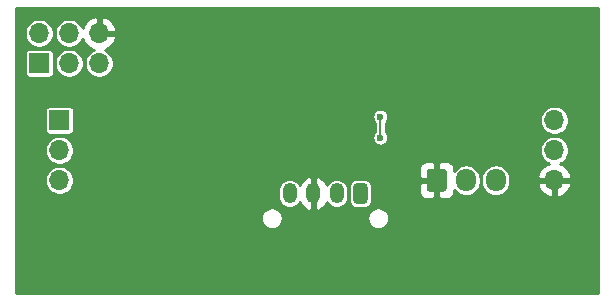
<source format=gbr>
%TF.GenerationSoftware,KiCad,Pcbnew,(5.1.9-0-10_14)*%
%TF.CreationDate,2021-05-08T21:12:27+02:00*%
%TF.ProjectId,MFM-Module-SEN0313,4d464d2d-4d6f-4647-956c-652d53454e30,rev?*%
%TF.SameCoordinates,PX82714f8PY6141b48*%
%TF.FileFunction,Copper,L2,Bot*%
%TF.FilePolarity,Positive*%
%FSLAX46Y46*%
G04 Gerber Fmt 4.6, Leading zero omitted, Abs format (unit mm)*
G04 Created by KiCad (PCBNEW (5.1.9-0-10_14)) date 2021-05-08 21:12:27*
%MOMM*%
%LPD*%
G01*
G04 APERTURE LIST*
%TA.AperFunction,ComponentPad*%
%ADD10O,1.700000X1.700000*%
%TD*%
%TA.AperFunction,ComponentPad*%
%ADD11R,1.700000X1.700000*%
%TD*%
%TA.AperFunction,ComponentPad*%
%ADD12O,1.200000X1.750000*%
%TD*%
%TA.AperFunction,ComponentPad*%
%ADD13O,1.700000X1.950000*%
%TD*%
%TA.AperFunction,ViaPad*%
%ADD14C,0.600000*%
%TD*%
%TA.AperFunction,Conductor*%
%ADD15C,0.150000*%
%TD*%
%TA.AperFunction,Conductor*%
%ADD16C,0.254000*%
%TD*%
%TA.AperFunction,Conductor*%
%ADD17C,0.100000*%
%TD*%
G04 APERTURE END LIST*
D10*
%TO.P,J2,4*%
%TO.N,+3V3*%
X45974000Y15049500D03*
%TO.P,J2,5*%
%TO.N,N/C*%
X45974000Y12509500D03*
%TO.P,J2,6*%
%TO.N,GND*%
X45974000Y9969500D03*
%TO.P,J2,3*%
%TO.N,SMBALERT*%
X4064000Y9969500D03*
%TO.P,J2,2*%
%TO.N,I2C_SDA*%
X4064000Y12509500D03*
D11*
%TO.P,J2,1*%
%TO.N,I2C_SCL*%
X4064000Y15049500D03*
%TD*%
%TO.P,J1,1*%
%TO.N,RESET*%
X2349500Y19875500D03*
D10*
%TO.P,J1,2*%
%TO.N,+3V3*%
X2349500Y22415500D03*
%TO.P,J1,3*%
%TO.N,SCK*%
X4889500Y19875500D03*
%TO.P,J1,4*%
%TO.N,MOSI*%
X4889500Y22415500D03*
%TO.P,J1,5*%
%TO.N,MISO*%
X7429500Y19875500D03*
%TO.P,J1,6*%
%TO.N,GND*%
X7429500Y22415500D03*
%TD*%
D12*
%TO.P,J3,4*%
%TO.N,+3V3_SW*%
X23557001Y8851999D03*
%TO.P,J3,3*%
%TO.N,GND*%
X25557001Y8851999D03*
%TO.P,J3,2*%
%TO.N,MCU_TX*%
X27557001Y8851999D03*
%TO.P,J3,1*%
%TO.N,MCU_RX*%
%TA.AperFunction,ComponentPad*%
G36*
G01*
X28957001Y8276999D02*
X28957001Y9426999D01*
G75*
G02*
X29257001Y9726999I300000J0D01*
G01*
X29857001Y9726999D01*
G75*
G02*
X30157001Y9426999I0J-300000D01*
G01*
X30157001Y8276999D01*
G75*
G02*
X29857001Y7976999I-300000J0D01*
G01*
X29257001Y7976999D01*
G75*
G02*
X28957001Y8276999I0J300000D01*
G01*
G37*
%TD.AperFunction*%
%TD*%
%TO.P,U2,1*%
%TO.N,GND*%
%TA.AperFunction,ComponentPad*%
G36*
G01*
X35157001Y9244500D02*
X35157001Y10694500D01*
G75*
G02*
X35407001Y10944500I250000J0D01*
G01*
X36607001Y10944500D01*
G75*
G02*
X36857001Y10694500I0J-250000D01*
G01*
X36857001Y9244500D01*
G75*
G02*
X36607001Y8994500I-250000J0D01*
G01*
X35407001Y8994500D01*
G75*
G02*
X35157001Y9244500I0J250000D01*
G01*
G37*
%TD.AperFunction*%
D13*
%TO.P,U2,2*%
%TO.N,ONEWIRE*%
X38507001Y9969500D03*
%TO.P,U2,3*%
%TO.N,+3V3_SW*%
X41007001Y9969500D03*
%TD*%
D14*
%TO.N,GND*%
X13843000Y15811500D03*
X13106400Y23266400D03*
X16637000Y15811494D03*
X22796500Y18224500D03*
X33083500Y17526000D03*
X35687000Y22225000D03*
%TO.N,SENSORS_ON*%
X31242000Y15367000D03*
X31242000Y13589000D03*
%TD*%
D15*
%TO.N,SENSORS_ON*%
X31242000Y15367000D02*
X31242000Y13589000D01*
%TD*%
D16*
%TO.N,GND*%
X49636000Y402000D02*
X402000Y402000D01*
X402000Y6843300D01*
X21130001Y6843300D01*
X21130001Y6660698D01*
X21165625Y6481603D01*
X21235505Y6312900D01*
X21336953Y6161071D01*
X21466073Y6031951D01*
X21617902Y5930503D01*
X21786605Y5860623D01*
X21965700Y5824999D01*
X22148302Y5824999D01*
X22327397Y5860623D01*
X22496100Y5930503D01*
X22647929Y6031951D01*
X22777049Y6161071D01*
X22878497Y6312900D01*
X22948377Y6481603D01*
X22984001Y6660698D01*
X22984001Y6843300D01*
X30130001Y6843300D01*
X30130001Y6660698D01*
X30165625Y6481603D01*
X30235505Y6312900D01*
X30336953Y6161071D01*
X30466073Y6031951D01*
X30617902Y5930503D01*
X30786605Y5860623D01*
X30965700Y5824999D01*
X31148302Y5824999D01*
X31327397Y5860623D01*
X31496100Y5930503D01*
X31647929Y6031951D01*
X31777049Y6161071D01*
X31878497Y6312900D01*
X31948377Y6481603D01*
X31984001Y6660698D01*
X31984001Y6843300D01*
X31948377Y7022395D01*
X31878497Y7191098D01*
X31777049Y7342927D01*
X31647929Y7472047D01*
X31496100Y7573495D01*
X31327397Y7643375D01*
X31148302Y7678999D01*
X30965700Y7678999D01*
X30786605Y7643375D01*
X30617902Y7573495D01*
X30466073Y7472047D01*
X30336953Y7342927D01*
X30235505Y7191098D01*
X30165625Y7022395D01*
X30130001Y6843300D01*
X22984001Y6843300D01*
X22948377Y7022395D01*
X22878497Y7191098D01*
X22777049Y7342927D01*
X22647929Y7472047D01*
X22496100Y7573495D01*
X22327397Y7643375D01*
X22148302Y7678999D01*
X21965700Y7678999D01*
X21786605Y7643375D01*
X21617902Y7573495D01*
X21466073Y7472047D01*
X21336953Y7342927D01*
X21235505Y7191098D01*
X21165625Y7022395D01*
X21130001Y6843300D01*
X402000Y6843300D01*
X402000Y10090349D01*
X2837000Y10090349D01*
X2837000Y9848651D01*
X2884153Y9611597D01*
X2976647Y9388298D01*
X3110927Y9187333D01*
X3281833Y9016427D01*
X3482798Y8882147D01*
X3706097Y8789653D01*
X3943151Y8742500D01*
X4184849Y8742500D01*
X4421903Y8789653D01*
X4645202Y8882147D01*
X4846167Y9016427D01*
X5004731Y9174991D01*
X22580001Y9174991D01*
X22580001Y8529006D01*
X22594138Y8385474D01*
X22650004Y8201308D01*
X22740726Y8031581D01*
X22862816Y7882813D01*
X23011584Y7760723D01*
X23181311Y7670002D01*
X23365477Y7614136D01*
X23557001Y7595272D01*
X23748526Y7614136D01*
X23932692Y7670002D01*
X24102419Y7760723D01*
X24251187Y7882813D01*
X24373277Y8031581D01*
X24414000Y8107768D01*
X24464611Y7987053D01*
X24600694Y7785274D01*
X24773527Y7613921D01*
X24976468Y7479578D01*
X25201719Y7387408D01*
X25239392Y7383537D01*
X25430001Y7508268D01*
X25430001Y8724999D01*
X25410001Y8724999D01*
X25410001Y8978999D01*
X25430001Y8978999D01*
X25430001Y10195730D01*
X25684001Y10195730D01*
X25684001Y8978999D01*
X25704001Y8978999D01*
X25704001Y8724999D01*
X25684001Y8724999D01*
X25684001Y7508268D01*
X25874610Y7383537D01*
X25912283Y7387408D01*
X26137534Y7479578D01*
X26340475Y7613921D01*
X26513308Y7785274D01*
X26649391Y7987053D01*
X26700002Y8107769D01*
X26740726Y8031581D01*
X26862816Y7882813D01*
X27011584Y7760723D01*
X27181311Y7670002D01*
X27365477Y7614136D01*
X27557001Y7595272D01*
X27748526Y7614136D01*
X27932692Y7670002D01*
X28102419Y7760723D01*
X28251187Y7882813D01*
X28373277Y8031581D01*
X28463998Y8201308D01*
X28519864Y8385475D01*
X28534001Y8529007D01*
X28534001Y9174992D01*
X28519864Y9318524D01*
X28486959Y9426999D01*
X28578177Y9426999D01*
X28578177Y8276999D01*
X28591220Y8144567D01*
X28629849Y8017224D01*
X28692579Y7899865D01*
X28777000Y7796998D01*
X28879867Y7712577D01*
X28997226Y7649847D01*
X29124569Y7611218D01*
X29257001Y7598175D01*
X29857001Y7598175D01*
X29989433Y7611218D01*
X30116776Y7649847D01*
X30234135Y7712577D01*
X30337002Y7796998D01*
X30421423Y7899865D01*
X30484153Y8017224D01*
X30522782Y8144567D01*
X30535825Y8276999D01*
X30535825Y8994500D01*
X34518929Y8994500D01*
X34531189Y8870018D01*
X34567499Y8750320D01*
X34626464Y8640006D01*
X34705816Y8543315D01*
X34802507Y8463963D01*
X34912821Y8404998D01*
X35032519Y8368688D01*
X35157001Y8356428D01*
X35721251Y8359500D01*
X35880001Y8518250D01*
X35880001Y9842500D01*
X34680751Y9842500D01*
X34522001Y9683750D01*
X34518929Y8994500D01*
X30535825Y8994500D01*
X30535825Y9426999D01*
X30522782Y9559431D01*
X30484153Y9686774D01*
X30421423Y9804133D01*
X30337002Y9907000D01*
X30234135Y9991421D01*
X30116776Y10054151D01*
X29989433Y10092780D01*
X29857001Y10105823D01*
X29257001Y10105823D01*
X29124569Y10092780D01*
X28997226Y10054151D01*
X28879867Y9991421D01*
X28777000Y9907000D01*
X28692579Y9804133D01*
X28629849Y9686774D01*
X28591220Y9559431D01*
X28578177Y9426999D01*
X28486959Y9426999D01*
X28463998Y9502690D01*
X28373277Y9672417D01*
X28251187Y9821185D01*
X28102419Y9943275D01*
X27932691Y10033996D01*
X27748525Y10089862D01*
X27557001Y10108726D01*
X27365476Y10089862D01*
X27181310Y10033996D01*
X27011583Y9943275D01*
X26862815Y9821185D01*
X26740725Y9672417D01*
X26700002Y9596230D01*
X26649391Y9716945D01*
X26513308Y9918724D01*
X26340475Y10090077D01*
X26137534Y10224420D01*
X25912283Y10316590D01*
X25874610Y10320461D01*
X25684001Y10195730D01*
X25430001Y10195730D01*
X25239392Y10320461D01*
X25201719Y10316590D01*
X24976468Y10224420D01*
X24773527Y10090077D01*
X24600694Y9918724D01*
X24464611Y9716945D01*
X24414000Y9596230D01*
X24373277Y9672417D01*
X24251187Y9821185D01*
X24102419Y9943275D01*
X23932691Y10033996D01*
X23748525Y10089862D01*
X23557001Y10108726D01*
X23365476Y10089862D01*
X23181310Y10033996D01*
X23011583Y9943275D01*
X22862815Y9821185D01*
X22740725Y9672417D01*
X22650004Y9502689D01*
X22594138Y9318523D01*
X22580001Y9174991D01*
X5004731Y9174991D01*
X5017073Y9187333D01*
X5151353Y9388298D01*
X5243847Y9611597D01*
X5291000Y9848651D01*
X5291000Y10090349D01*
X5243847Y10327403D01*
X5151353Y10550702D01*
X5017073Y10751667D01*
X4846167Y10922573D01*
X4813351Y10944500D01*
X34518929Y10944500D01*
X34522001Y10255250D01*
X34680751Y10096500D01*
X35880001Y10096500D01*
X35880001Y11420750D01*
X36134001Y11420750D01*
X36134001Y10096500D01*
X36154001Y10096500D01*
X36154001Y9842500D01*
X36134001Y9842500D01*
X36134001Y8518250D01*
X36292751Y8359500D01*
X36857001Y8356428D01*
X36981483Y8368688D01*
X37101181Y8404998D01*
X37211495Y8463963D01*
X37308186Y8543315D01*
X37387538Y8640006D01*
X37446503Y8750320D01*
X37482813Y8870018D01*
X37495073Y8994500D01*
X37494406Y9144221D01*
X37635185Y8972683D01*
X37822019Y8819351D01*
X38035178Y8705416D01*
X38266468Y8635255D01*
X38507001Y8611564D01*
X38747535Y8635255D01*
X38978825Y8705416D01*
X39191984Y8819351D01*
X39378818Y8972683D01*
X39532150Y9159518D01*
X39646085Y9372677D01*
X39716246Y9603967D01*
X39734001Y9784233D01*
X39734001Y10154767D01*
X39780001Y10154767D01*
X39780001Y9784232D01*
X39797756Y9603966D01*
X39867917Y9372676D01*
X39981852Y9159517D01*
X40135185Y8972683D01*
X40322019Y8819351D01*
X40535178Y8705416D01*
X40766468Y8635255D01*
X41007001Y8611564D01*
X41247535Y8635255D01*
X41478825Y8705416D01*
X41691984Y8819351D01*
X41878818Y8972683D01*
X42032150Y9159518D01*
X42146085Y9372677D01*
X42216246Y9603967D01*
X42217097Y9612610D01*
X44532524Y9612610D01*
X44577175Y9465401D01*
X44702359Y9202580D01*
X44876412Y8969231D01*
X45092645Y8774322D01*
X45342748Y8625343D01*
X45617109Y8528019D01*
X45847000Y8648686D01*
X45847000Y9842500D01*
X46101000Y9842500D01*
X46101000Y8648686D01*
X46330891Y8528019D01*
X46605252Y8625343D01*
X46855355Y8774322D01*
X47071588Y8969231D01*
X47245641Y9202580D01*
X47370825Y9465401D01*
X47415476Y9612610D01*
X47294155Y9842500D01*
X46101000Y9842500D01*
X45847000Y9842500D01*
X44653845Y9842500D01*
X44532524Y9612610D01*
X42217097Y9612610D01*
X42234001Y9784233D01*
X42234001Y10154768D01*
X42217098Y10326390D01*
X44532524Y10326390D01*
X44653845Y10096500D01*
X45847000Y10096500D01*
X45847000Y10116500D01*
X46101000Y10116500D01*
X46101000Y10096500D01*
X47294155Y10096500D01*
X47415476Y10326390D01*
X47370825Y10473599D01*
X47245641Y10736420D01*
X47071588Y10969769D01*
X46855355Y11164678D01*
X46605252Y11313657D01*
X46437202Y11373269D01*
X46555202Y11422147D01*
X46756167Y11556427D01*
X46927073Y11727333D01*
X47061353Y11928298D01*
X47153847Y12151597D01*
X47201000Y12388651D01*
X47201000Y12630349D01*
X47153847Y12867403D01*
X47061353Y13090702D01*
X46927073Y13291667D01*
X46756167Y13462573D01*
X46555202Y13596853D01*
X46331903Y13689347D01*
X46094849Y13736500D01*
X45853151Y13736500D01*
X45616097Y13689347D01*
X45392798Y13596853D01*
X45191833Y13462573D01*
X45020927Y13291667D01*
X44886647Y13090702D01*
X44794153Y12867403D01*
X44747000Y12630349D01*
X44747000Y12388651D01*
X44794153Y12151597D01*
X44886647Y11928298D01*
X45020927Y11727333D01*
X45191833Y11556427D01*
X45392798Y11422147D01*
X45510798Y11373269D01*
X45342748Y11313657D01*
X45092645Y11164678D01*
X44876412Y10969769D01*
X44702359Y10736420D01*
X44577175Y10473599D01*
X44532524Y10326390D01*
X42217098Y10326390D01*
X42216246Y10335034D01*
X42146085Y10566324D01*
X42032150Y10779483D01*
X41878818Y10966317D01*
X41691983Y11119649D01*
X41478824Y11233584D01*
X41247534Y11303745D01*
X41007001Y11327436D01*
X40766467Y11303745D01*
X40535177Y11233584D01*
X40322018Y11119649D01*
X40135184Y10966317D01*
X39981852Y10779482D01*
X39867917Y10566323D01*
X39797756Y10335033D01*
X39780001Y10154767D01*
X39734001Y10154767D01*
X39734001Y10154768D01*
X39716246Y10335034D01*
X39646085Y10566324D01*
X39532150Y10779483D01*
X39378818Y10966317D01*
X39191983Y11119649D01*
X38978824Y11233584D01*
X38747534Y11303745D01*
X38507001Y11327436D01*
X38266467Y11303745D01*
X38035177Y11233584D01*
X37822018Y11119649D01*
X37635184Y10966317D01*
X37494406Y10794779D01*
X37495073Y10944500D01*
X37482813Y11068982D01*
X37446503Y11188680D01*
X37387538Y11298994D01*
X37308186Y11395685D01*
X37211495Y11475037D01*
X37101181Y11534002D01*
X36981483Y11570312D01*
X36857001Y11582572D01*
X36292751Y11579500D01*
X36134001Y11420750D01*
X35880001Y11420750D01*
X35721251Y11579500D01*
X35157001Y11582572D01*
X35032519Y11570312D01*
X34912821Y11534002D01*
X34802507Y11475037D01*
X34705816Y11395685D01*
X34626464Y11298994D01*
X34567499Y11188680D01*
X34531189Y11068982D01*
X34518929Y10944500D01*
X4813351Y10944500D01*
X4645202Y11056853D01*
X4421903Y11149347D01*
X4184849Y11196500D01*
X3943151Y11196500D01*
X3706097Y11149347D01*
X3482798Y11056853D01*
X3281833Y10922573D01*
X3110927Y10751667D01*
X2976647Y10550702D01*
X2884153Y10327403D01*
X2837000Y10090349D01*
X402000Y10090349D01*
X402000Y12630349D01*
X2837000Y12630349D01*
X2837000Y12388651D01*
X2884153Y12151597D01*
X2976647Y11928298D01*
X3110927Y11727333D01*
X3281833Y11556427D01*
X3482798Y11422147D01*
X3706097Y11329653D01*
X3943151Y11282500D01*
X4184849Y11282500D01*
X4421903Y11329653D01*
X4645202Y11422147D01*
X4846167Y11556427D01*
X5017073Y11727333D01*
X5151353Y11928298D01*
X5243847Y12151597D01*
X5291000Y12388651D01*
X5291000Y12630349D01*
X5243847Y12867403D01*
X5151353Y13090702D01*
X5017073Y13291667D01*
X4846167Y13462573D01*
X4645202Y13596853D01*
X4421903Y13689347D01*
X4184849Y13736500D01*
X3943151Y13736500D01*
X3706097Y13689347D01*
X3482798Y13596853D01*
X3281833Y13462573D01*
X3110927Y13291667D01*
X2976647Y13090702D01*
X2884153Y12867403D01*
X2837000Y12630349D01*
X402000Y12630349D01*
X402000Y15899500D01*
X2835176Y15899500D01*
X2835176Y14199500D01*
X2842455Y14125595D01*
X2864012Y14054530D01*
X2899019Y13989037D01*
X2946131Y13931631D01*
X3003537Y13884519D01*
X3069030Y13849512D01*
X3140095Y13827955D01*
X3214000Y13820676D01*
X4914000Y13820676D01*
X4987905Y13827955D01*
X5058970Y13849512D01*
X5124463Y13884519D01*
X5181869Y13931631D01*
X5228981Y13989037D01*
X5263988Y14054530D01*
X5285545Y14125595D01*
X5292824Y14199500D01*
X5292824Y15433679D01*
X30565000Y15433679D01*
X30565000Y15300321D01*
X30591016Y15169526D01*
X30642050Y15046320D01*
X30716140Y14935437D01*
X30790000Y14861577D01*
X30790001Y14094424D01*
X30716140Y14020563D01*
X30642050Y13909680D01*
X30591016Y13786474D01*
X30565000Y13655679D01*
X30565000Y13522321D01*
X30591016Y13391526D01*
X30642050Y13268320D01*
X30716140Y13157437D01*
X30810437Y13063140D01*
X30921320Y12989050D01*
X31044526Y12938016D01*
X31175321Y12912000D01*
X31308679Y12912000D01*
X31439474Y12938016D01*
X31562680Y12989050D01*
X31673563Y13063140D01*
X31767860Y13157437D01*
X31841950Y13268320D01*
X31892984Y13391526D01*
X31919000Y13522321D01*
X31919000Y13655679D01*
X31892984Y13786474D01*
X31841950Y13909680D01*
X31767860Y14020563D01*
X31694000Y14094423D01*
X31694000Y14861577D01*
X31767860Y14935437D01*
X31841950Y15046320D01*
X31892984Y15169526D01*
X31893147Y15170349D01*
X44747000Y15170349D01*
X44747000Y14928651D01*
X44794153Y14691597D01*
X44886647Y14468298D01*
X45020927Y14267333D01*
X45191833Y14096427D01*
X45392798Y13962147D01*
X45616097Y13869653D01*
X45853151Y13822500D01*
X46094849Y13822500D01*
X46331903Y13869653D01*
X46555202Y13962147D01*
X46756167Y14096427D01*
X46927073Y14267333D01*
X47061353Y14468298D01*
X47153847Y14691597D01*
X47201000Y14928651D01*
X47201000Y15170349D01*
X47153847Y15407403D01*
X47061353Y15630702D01*
X46927073Y15831667D01*
X46756167Y16002573D01*
X46555202Y16136853D01*
X46331903Y16229347D01*
X46094849Y16276500D01*
X45853151Y16276500D01*
X45616097Y16229347D01*
X45392798Y16136853D01*
X45191833Y16002573D01*
X45020927Y15831667D01*
X44886647Y15630702D01*
X44794153Y15407403D01*
X44747000Y15170349D01*
X31893147Y15170349D01*
X31919000Y15300321D01*
X31919000Y15433679D01*
X31892984Y15564474D01*
X31841950Y15687680D01*
X31767860Y15798563D01*
X31673563Y15892860D01*
X31562680Y15966950D01*
X31439474Y16017984D01*
X31308679Y16044000D01*
X31175321Y16044000D01*
X31044526Y16017984D01*
X30921320Y15966950D01*
X30810437Y15892860D01*
X30716140Y15798563D01*
X30642050Y15687680D01*
X30591016Y15564474D01*
X30565000Y15433679D01*
X5292824Y15433679D01*
X5292824Y15899500D01*
X5285545Y15973405D01*
X5263988Y16044470D01*
X5228981Y16109963D01*
X5181869Y16167369D01*
X5124463Y16214481D01*
X5058970Y16249488D01*
X4987905Y16271045D01*
X4914000Y16278324D01*
X3214000Y16278324D01*
X3140095Y16271045D01*
X3069030Y16249488D01*
X3003537Y16214481D01*
X2946131Y16167369D01*
X2899019Y16109963D01*
X2864012Y16044470D01*
X2842455Y15973405D01*
X2835176Y15899500D01*
X402000Y15899500D01*
X402000Y20725500D01*
X1120676Y20725500D01*
X1120676Y19025500D01*
X1127955Y18951595D01*
X1149512Y18880530D01*
X1184519Y18815037D01*
X1231631Y18757631D01*
X1289037Y18710519D01*
X1354530Y18675512D01*
X1425595Y18653955D01*
X1499500Y18646676D01*
X3199500Y18646676D01*
X3273405Y18653955D01*
X3344470Y18675512D01*
X3409963Y18710519D01*
X3467369Y18757631D01*
X3514481Y18815037D01*
X3549488Y18880530D01*
X3571045Y18951595D01*
X3578324Y19025500D01*
X3578324Y19996349D01*
X3662500Y19996349D01*
X3662500Y19754651D01*
X3709653Y19517597D01*
X3802147Y19294298D01*
X3936427Y19093333D01*
X4107333Y18922427D01*
X4308298Y18788147D01*
X4531597Y18695653D01*
X4768651Y18648500D01*
X5010349Y18648500D01*
X5247403Y18695653D01*
X5470702Y18788147D01*
X5671667Y18922427D01*
X5842573Y19093333D01*
X5976853Y19294298D01*
X6069347Y19517597D01*
X6116500Y19754651D01*
X6116500Y19996349D01*
X6069347Y20233403D01*
X5976853Y20456702D01*
X5842573Y20657667D01*
X5671667Y20828573D01*
X5470702Y20962853D01*
X5247403Y21055347D01*
X5010349Y21102500D01*
X4768651Y21102500D01*
X4531597Y21055347D01*
X4308298Y20962853D01*
X4107333Y20828573D01*
X3936427Y20657667D01*
X3802147Y20456702D01*
X3709653Y20233403D01*
X3662500Y19996349D01*
X3578324Y19996349D01*
X3578324Y20725500D01*
X3571045Y20799405D01*
X3549488Y20870470D01*
X3514481Y20935963D01*
X3467369Y20993369D01*
X3409963Y21040481D01*
X3344470Y21075488D01*
X3273405Y21097045D01*
X3199500Y21104324D01*
X1499500Y21104324D01*
X1425595Y21097045D01*
X1354530Y21075488D01*
X1289037Y21040481D01*
X1231631Y20993369D01*
X1184519Y20935963D01*
X1149512Y20870470D01*
X1127955Y20799405D01*
X1120676Y20725500D01*
X402000Y20725500D01*
X402000Y22536349D01*
X1122500Y22536349D01*
X1122500Y22294651D01*
X1169653Y22057597D01*
X1262147Y21834298D01*
X1396427Y21633333D01*
X1567333Y21462427D01*
X1768298Y21328147D01*
X1991597Y21235653D01*
X2228651Y21188500D01*
X2470349Y21188500D01*
X2707403Y21235653D01*
X2930702Y21328147D01*
X3131667Y21462427D01*
X3302573Y21633333D01*
X3436853Y21834298D01*
X3529347Y22057597D01*
X3576500Y22294651D01*
X3576500Y22536349D01*
X3662500Y22536349D01*
X3662500Y22294651D01*
X3709653Y22057597D01*
X3802147Y21834298D01*
X3936427Y21633333D01*
X4107333Y21462427D01*
X4308298Y21328147D01*
X4531597Y21235653D01*
X4768651Y21188500D01*
X5010349Y21188500D01*
X5247403Y21235653D01*
X5470702Y21328147D01*
X5671667Y21462427D01*
X5842573Y21633333D01*
X5976853Y21834298D01*
X6025731Y21952298D01*
X6085343Y21784248D01*
X6234322Y21534145D01*
X6429231Y21317912D01*
X6662580Y21143859D01*
X6925401Y21018675D01*
X6958688Y21008578D01*
X6848298Y20962853D01*
X6647333Y20828573D01*
X6476427Y20657667D01*
X6342147Y20456702D01*
X6249653Y20233403D01*
X6202500Y19996349D01*
X6202500Y19754651D01*
X6249653Y19517597D01*
X6342147Y19294298D01*
X6476427Y19093333D01*
X6647333Y18922427D01*
X6848298Y18788147D01*
X7071597Y18695653D01*
X7308651Y18648500D01*
X7550349Y18648500D01*
X7787403Y18695653D01*
X8010702Y18788147D01*
X8211667Y18922427D01*
X8382573Y19093333D01*
X8516853Y19294298D01*
X8609347Y19517597D01*
X8656500Y19754651D01*
X8656500Y19996349D01*
X8609347Y20233403D01*
X8516853Y20456702D01*
X8382573Y20657667D01*
X8211667Y20828573D01*
X8010702Y20962853D01*
X7900312Y21008578D01*
X7933599Y21018675D01*
X8196420Y21143859D01*
X8429769Y21317912D01*
X8624678Y21534145D01*
X8773657Y21784248D01*
X8870981Y22058609D01*
X8750314Y22288500D01*
X7556500Y22288500D01*
X7556500Y22268500D01*
X7302500Y22268500D01*
X7302500Y22288500D01*
X7282500Y22288500D01*
X7282500Y22542500D01*
X7302500Y22542500D01*
X7302500Y23735655D01*
X7556500Y23735655D01*
X7556500Y22542500D01*
X8750314Y22542500D01*
X8870981Y22772391D01*
X8773657Y23046752D01*
X8624678Y23296855D01*
X8429769Y23513088D01*
X8196420Y23687141D01*
X7933599Y23812325D01*
X7786390Y23856976D01*
X7556500Y23735655D01*
X7302500Y23735655D01*
X7072610Y23856976D01*
X6925401Y23812325D01*
X6662580Y23687141D01*
X6429231Y23513088D01*
X6234322Y23296855D01*
X6085343Y23046752D01*
X6025731Y22878702D01*
X5976853Y22996702D01*
X5842573Y23197667D01*
X5671667Y23368573D01*
X5470702Y23502853D01*
X5247403Y23595347D01*
X5010349Y23642500D01*
X4768651Y23642500D01*
X4531597Y23595347D01*
X4308298Y23502853D01*
X4107333Y23368573D01*
X3936427Y23197667D01*
X3802147Y22996702D01*
X3709653Y22773403D01*
X3662500Y22536349D01*
X3576500Y22536349D01*
X3529347Y22773403D01*
X3436853Y22996702D01*
X3302573Y23197667D01*
X3131667Y23368573D01*
X2930702Y23502853D01*
X2707403Y23595347D01*
X2470349Y23642500D01*
X2228651Y23642500D01*
X1991597Y23595347D01*
X1768298Y23502853D01*
X1567333Y23368573D01*
X1396427Y23197667D01*
X1262147Y22996702D01*
X1169653Y22773403D01*
X1122500Y22536349D01*
X402000Y22536349D01*
X402000Y24553500D01*
X49636001Y24553500D01*
X49636000Y402000D01*
%TA.AperFunction,Conductor*%
D17*
G36*
X49636000Y402000D02*
G01*
X402000Y402000D01*
X402000Y6843300D01*
X21130001Y6843300D01*
X21130001Y6660698D01*
X21165625Y6481603D01*
X21235505Y6312900D01*
X21336953Y6161071D01*
X21466073Y6031951D01*
X21617902Y5930503D01*
X21786605Y5860623D01*
X21965700Y5824999D01*
X22148302Y5824999D01*
X22327397Y5860623D01*
X22496100Y5930503D01*
X22647929Y6031951D01*
X22777049Y6161071D01*
X22878497Y6312900D01*
X22948377Y6481603D01*
X22984001Y6660698D01*
X22984001Y6843300D01*
X30130001Y6843300D01*
X30130001Y6660698D01*
X30165625Y6481603D01*
X30235505Y6312900D01*
X30336953Y6161071D01*
X30466073Y6031951D01*
X30617902Y5930503D01*
X30786605Y5860623D01*
X30965700Y5824999D01*
X31148302Y5824999D01*
X31327397Y5860623D01*
X31496100Y5930503D01*
X31647929Y6031951D01*
X31777049Y6161071D01*
X31878497Y6312900D01*
X31948377Y6481603D01*
X31984001Y6660698D01*
X31984001Y6843300D01*
X31948377Y7022395D01*
X31878497Y7191098D01*
X31777049Y7342927D01*
X31647929Y7472047D01*
X31496100Y7573495D01*
X31327397Y7643375D01*
X31148302Y7678999D01*
X30965700Y7678999D01*
X30786605Y7643375D01*
X30617902Y7573495D01*
X30466073Y7472047D01*
X30336953Y7342927D01*
X30235505Y7191098D01*
X30165625Y7022395D01*
X30130001Y6843300D01*
X22984001Y6843300D01*
X22948377Y7022395D01*
X22878497Y7191098D01*
X22777049Y7342927D01*
X22647929Y7472047D01*
X22496100Y7573495D01*
X22327397Y7643375D01*
X22148302Y7678999D01*
X21965700Y7678999D01*
X21786605Y7643375D01*
X21617902Y7573495D01*
X21466073Y7472047D01*
X21336953Y7342927D01*
X21235505Y7191098D01*
X21165625Y7022395D01*
X21130001Y6843300D01*
X402000Y6843300D01*
X402000Y10090349D01*
X2837000Y10090349D01*
X2837000Y9848651D01*
X2884153Y9611597D01*
X2976647Y9388298D01*
X3110927Y9187333D01*
X3281833Y9016427D01*
X3482798Y8882147D01*
X3706097Y8789653D01*
X3943151Y8742500D01*
X4184849Y8742500D01*
X4421903Y8789653D01*
X4645202Y8882147D01*
X4846167Y9016427D01*
X5004731Y9174991D01*
X22580001Y9174991D01*
X22580001Y8529006D01*
X22594138Y8385474D01*
X22650004Y8201308D01*
X22740726Y8031581D01*
X22862816Y7882813D01*
X23011584Y7760723D01*
X23181311Y7670002D01*
X23365477Y7614136D01*
X23557001Y7595272D01*
X23748526Y7614136D01*
X23932692Y7670002D01*
X24102419Y7760723D01*
X24251187Y7882813D01*
X24373277Y8031581D01*
X24414000Y8107768D01*
X24464611Y7987053D01*
X24600694Y7785274D01*
X24773527Y7613921D01*
X24976468Y7479578D01*
X25201719Y7387408D01*
X25239392Y7383537D01*
X25430001Y7508268D01*
X25430001Y8724999D01*
X25410001Y8724999D01*
X25410001Y8978999D01*
X25430001Y8978999D01*
X25430001Y10195730D01*
X25684001Y10195730D01*
X25684001Y8978999D01*
X25704001Y8978999D01*
X25704001Y8724999D01*
X25684001Y8724999D01*
X25684001Y7508268D01*
X25874610Y7383537D01*
X25912283Y7387408D01*
X26137534Y7479578D01*
X26340475Y7613921D01*
X26513308Y7785274D01*
X26649391Y7987053D01*
X26700002Y8107769D01*
X26740726Y8031581D01*
X26862816Y7882813D01*
X27011584Y7760723D01*
X27181311Y7670002D01*
X27365477Y7614136D01*
X27557001Y7595272D01*
X27748526Y7614136D01*
X27932692Y7670002D01*
X28102419Y7760723D01*
X28251187Y7882813D01*
X28373277Y8031581D01*
X28463998Y8201308D01*
X28519864Y8385475D01*
X28534001Y8529007D01*
X28534001Y9174992D01*
X28519864Y9318524D01*
X28486959Y9426999D01*
X28578177Y9426999D01*
X28578177Y8276999D01*
X28591220Y8144567D01*
X28629849Y8017224D01*
X28692579Y7899865D01*
X28777000Y7796998D01*
X28879867Y7712577D01*
X28997226Y7649847D01*
X29124569Y7611218D01*
X29257001Y7598175D01*
X29857001Y7598175D01*
X29989433Y7611218D01*
X30116776Y7649847D01*
X30234135Y7712577D01*
X30337002Y7796998D01*
X30421423Y7899865D01*
X30484153Y8017224D01*
X30522782Y8144567D01*
X30535825Y8276999D01*
X30535825Y8994500D01*
X34518929Y8994500D01*
X34531189Y8870018D01*
X34567499Y8750320D01*
X34626464Y8640006D01*
X34705816Y8543315D01*
X34802507Y8463963D01*
X34912821Y8404998D01*
X35032519Y8368688D01*
X35157001Y8356428D01*
X35721251Y8359500D01*
X35880001Y8518250D01*
X35880001Y9842500D01*
X34680751Y9842500D01*
X34522001Y9683750D01*
X34518929Y8994500D01*
X30535825Y8994500D01*
X30535825Y9426999D01*
X30522782Y9559431D01*
X30484153Y9686774D01*
X30421423Y9804133D01*
X30337002Y9907000D01*
X30234135Y9991421D01*
X30116776Y10054151D01*
X29989433Y10092780D01*
X29857001Y10105823D01*
X29257001Y10105823D01*
X29124569Y10092780D01*
X28997226Y10054151D01*
X28879867Y9991421D01*
X28777000Y9907000D01*
X28692579Y9804133D01*
X28629849Y9686774D01*
X28591220Y9559431D01*
X28578177Y9426999D01*
X28486959Y9426999D01*
X28463998Y9502690D01*
X28373277Y9672417D01*
X28251187Y9821185D01*
X28102419Y9943275D01*
X27932691Y10033996D01*
X27748525Y10089862D01*
X27557001Y10108726D01*
X27365476Y10089862D01*
X27181310Y10033996D01*
X27011583Y9943275D01*
X26862815Y9821185D01*
X26740725Y9672417D01*
X26700002Y9596230D01*
X26649391Y9716945D01*
X26513308Y9918724D01*
X26340475Y10090077D01*
X26137534Y10224420D01*
X25912283Y10316590D01*
X25874610Y10320461D01*
X25684001Y10195730D01*
X25430001Y10195730D01*
X25239392Y10320461D01*
X25201719Y10316590D01*
X24976468Y10224420D01*
X24773527Y10090077D01*
X24600694Y9918724D01*
X24464611Y9716945D01*
X24414000Y9596230D01*
X24373277Y9672417D01*
X24251187Y9821185D01*
X24102419Y9943275D01*
X23932691Y10033996D01*
X23748525Y10089862D01*
X23557001Y10108726D01*
X23365476Y10089862D01*
X23181310Y10033996D01*
X23011583Y9943275D01*
X22862815Y9821185D01*
X22740725Y9672417D01*
X22650004Y9502689D01*
X22594138Y9318523D01*
X22580001Y9174991D01*
X5004731Y9174991D01*
X5017073Y9187333D01*
X5151353Y9388298D01*
X5243847Y9611597D01*
X5291000Y9848651D01*
X5291000Y10090349D01*
X5243847Y10327403D01*
X5151353Y10550702D01*
X5017073Y10751667D01*
X4846167Y10922573D01*
X4813351Y10944500D01*
X34518929Y10944500D01*
X34522001Y10255250D01*
X34680751Y10096500D01*
X35880001Y10096500D01*
X35880001Y11420750D01*
X36134001Y11420750D01*
X36134001Y10096500D01*
X36154001Y10096500D01*
X36154001Y9842500D01*
X36134001Y9842500D01*
X36134001Y8518250D01*
X36292751Y8359500D01*
X36857001Y8356428D01*
X36981483Y8368688D01*
X37101181Y8404998D01*
X37211495Y8463963D01*
X37308186Y8543315D01*
X37387538Y8640006D01*
X37446503Y8750320D01*
X37482813Y8870018D01*
X37495073Y8994500D01*
X37494406Y9144221D01*
X37635185Y8972683D01*
X37822019Y8819351D01*
X38035178Y8705416D01*
X38266468Y8635255D01*
X38507001Y8611564D01*
X38747535Y8635255D01*
X38978825Y8705416D01*
X39191984Y8819351D01*
X39378818Y8972683D01*
X39532150Y9159518D01*
X39646085Y9372677D01*
X39716246Y9603967D01*
X39734001Y9784233D01*
X39734001Y10154767D01*
X39780001Y10154767D01*
X39780001Y9784232D01*
X39797756Y9603966D01*
X39867917Y9372676D01*
X39981852Y9159517D01*
X40135185Y8972683D01*
X40322019Y8819351D01*
X40535178Y8705416D01*
X40766468Y8635255D01*
X41007001Y8611564D01*
X41247535Y8635255D01*
X41478825Y8705416D01*
X41691984Y8819351D01*
X41878818Y8972683D01*
X42032150Y9159518D01*
X42146085Y9372677D01*
X42216246Y9603967D01*
X42217097Y9612610D01*
X44532524Y9612610D01*
X44577175Y9465401D01*
X44702359Y9202580D01*
X44876412Y8969231D01*
X45092645Y8774322D01*
X45342748Y8625343D01*
X45617109Y8528019D01*
X45847000Y8648686D01*
X45847000Y9842500D01*
X46101000Y9842500D01*
X46101000Y8648686D01*
X46330891Y8528019D01*
X46605252Y8625343D01*
X46855355Y8774322D01*
X47071588Y8969231D01*
X47245641Y9202580D01*
X47370825Y9465401D01*
X47415476Y9612610D01*
X47294155Y9842500D01*
X46101000Y9842500D01*
X45847000Y9842500D01*
X44653845Y9842500D01*
X44532524Y9612610D01*
X42217097Y9612610D01*
X42234001Y9784233D01*
X42234001Y10154768D01*
X42217098Y10326390D01*
X44532524Y10326390D01*
X44653845Y10096500D01*
X45847000Y10096500D01*
X45847000Y10116500D01*
X46101000Y10116500D01*
X46101000Y10096500D01*
X47294155Y10096500D01*
X47415476Y10326390D01*
X47370825Y10473599D01*
X47245641Y10736420D01*
X47071588Y10969769D01*
X46855355Y11164678D01*
X46605252Y11313657D01*
X46437202Y11373269D01*
X46555202Y11422147D01*
X46756167Y11556427D01*
X46927073Y11727333D01*
X47061353Y11928298D01*
X47153847Y12151597D01*
X47201000Y12388651D01*
X47201000Y12630349D01*
X47153847Y12867403D01*
X47061353Y13090702D01*
X46927073Y13291667D01*
X46756167Y13462573D01*
X46555202Y13596853D01*
X46331903Y13689347D01*
X46094849Y13736500D01*
X45853151Y13736500D01*
X45616097Y13689347D01*
X45392798Y13596853D01*
X45191833Y13462573D01*
X45020927Y13291667D01*
X44886647Y13090702D01*
X44794153Y12867403D01*
X44747000Y12630349D01*
X44747000Y12388651D01*
X44794153Y12151597D01*
X44886647Y11928298D01*
X45020927Y11727333D01*
X45191833Y11556427D01*
X45392798Y11422147D01*
X45510798Y11373269D01*
X45342748Y11313657D01*
X45092645Y11164678D01*
X44876412Y10969769D01*
X44702359Y10736420D01*
X44577175Y10473599D01*
X44532524Y10326390D01*
X42217098Y10326390D01*
X42216246Y10335034D01*
X42146085Y10566324D01*
X42032150Y10779483D01*
X41878818Y10966317D01*
X41691983Y11119649D01*
X41478824Y11233584D01*
X41247534Y11303745D01*
X41007001Y11327436D01*
X40766467Y11303745D01*
X40535177Y11233584D01*
X40322018Y11119649D01*
X40135184Y10966317D01*
X39981852Y10779482D01*
X39867917Y10566323D01*
X39797756Y10335033D01*
X39780001Y10154767D01*
X39734001Y10154767D01*
X39734001Y10154768D01*
X39716246Y10335034D01*
X39646085Y10566324D01*
X39532150Y10779483D01*
X39378818Y10966317D01*
X39191983Y11119649D01*
X38978824Y11233584D01*
X38747534Y11303745D01*
X38507001Y11327436D01*
X38266467Y11303745D01*
X38035177Y11233584D01*
X37822018Y11119649D01*
X37635184Y10966317D01*
X37494406Y10794779D01*
X37495073Y10944500D01*
X37482813Y11068982D01*
X37446503Y11188680D01*
X37387538Y11298994D01*
X37308186Y11395685D01*
X37211495Y11475037D01*
X37101181Y11534002D01*
X36981483Y11570312D01*
X36857001Y11582572D01*
X36292751Y11579500D01*
X36134001Y11420750D01*
X35880001Y11420750D01*
X35721251Y11579500D01*
X35157001Y11582572D01*
X35032519Y11570312D01*
X34912821Y11534002D01*
X34802507Y11475037D01*
X34705816Y11395685D01*
X34626464Y11298994D01*
X34567499Y11188680D01*
X34531189Y11068982D01*
X34518929Y10944500D01*
X4813351Y10944500D01*
X4645202Y11056853D01*
X4421903Y11149347D01*
X4184849Y11196500D01*
X3943151Y11196500D01*
X3706097Y11149347D01*
X3482798Y11056853D01*
X3281833Y10922573D01*
X3110927Y10751667D01*
X2976647Y10550702D01*
X2884153Y10327403D01*
X2837000Y10090349D01*
X402000Y10090349D01*
X402000Y12630349D01*
X2837000Y12630349D01*
X2837000Y12388651D01*
X2884153Y12151597D01*
X2976647Y11928298D01*
X3110927Y11727333D01*
X3281833Y11556427D01*
X3482798Y11422147D01*
X3706097Y11329653D01*
X3943151Y11282500D01*
X4184849Y11282500D01*
X4421903Y11329653D01*
X4645202Y11422147D01*
X4846167Y11556427D01*
X5017073Y11727333D01*
X5151353Y11928298D01*
X5243847Y12151597D01*
X5291000Y12388651D01*
X5291000Y12630349D01*
X5243847Y12867403D01*
X5151353Y13090702D01*
X5017073Y13291667D01*
X4846167Y13462573D01*
X4645202Y13596853D01*
X4421903Y13689347D01*
X4184849Y13736500D01*
X3943151Y13736500D01*
X3706097Y13689347D01*
X3482798Y13596853D01*
X3281833Y13462573D01*
X3110927Y13291667D01*
X2976647Y13090702D01*
X2884153Y12867403D01*
X2837000Y12630349D01*
X402000Y12630349D01*
X402000Y15899500D01*
X2835176Y15899500D01*
X2835176Y14199500D01*
X2842455Y14125595D01*
X2864012Y14054530D01*
X2899019Y13989037D01*
X2946131Y13931631D01*
X3003537Y13884519D01*
X3069030Y13849512D01*
X3140095Y13827955D01*
X3214000Y13820676D01*
X4914000Y13820676D01*
X4987905Y13827955D01*
X5058970Y13849512D01*
X5124463Y13884519D01*
X5181869Y13931631D01*
X5228981Y13989037D01*
X5263988Y14054530D01*
X5285545Y14125595D01*
X5292824Y14199500D01*
X5292824Y15433679D01*
X30565000Y15433679D01*
X30565000Y15300321D01*
X30591016Y15169526D01*
X30642050Y15046320D01*
X30716140Y14935437D01*
X30790000Y14861577D01*
X30790001Y14094424D01*
X30716140Y14020563D01*
X30642050Y13909680D01*
X30591016Y13786474D01*
X30565000Y13655679D01*
X30565000Y13522321D01*
X30591016Y13391526D01*
X30642050Y13268320D01*
X30716140Y13157437D01*
X30810437Y13063140D01*
X30921320Y12989050D01*
X31044526Y12938016D01*
X31175321Y12912000D01*
X31308679Y12912000D01*
X31439474Y12938016D01*
X31562680Y12989050D01*
X31673563Y13063140D01*
X31767860Y13157437D01*
X31841950Y13268320D01*
X31892984Y13391526D01*
X31919000Y13522321D01*
X31919000Y13655679D01*
X31892984Y13786474D01*
X31841950Y13909680D01*
X31767860Y14020563D01*
X31694000Y14094423D01*
X31694000Y14861577D01*
X31767860Y14935437D01*
X31841950Y15046320D01*
X31892984Y15169526D01*
X31893147Y15170349D01*
X44747000Y15170349D01*
X44747000Y14928651D01*
X44794153Y14691597D01*
X44886647Y14468298D01*
X45020927Y14267333D01*
X45191833Y14096427D01*
X45392798Y13962147D01*
X45616097Y13869653D01*
X45853151Y13822500D01*
X46094849Y13822500D01*
X46331903Y13869653D01*
X46555202Y13962147D01*
X46756167Y14096427D01*
X46927073Y14267333D01*
X47061353Y14468298D01*
X47153847Y14691597D01*
X47201000Y14928651D01*
X47201000Y15170349D01*
X47153847Y15407403D01*
X47061353Y15630702D01*
X46927073Y15831667D01*
X46756167Y16002573D01*
X46555202Y16136853D01*
X46331903Y16229347D01*
X46094849Y16276500D01*
X45853151Y16276500D01*
X45616097Y16229347D01*
X45392798Y16136853D01*
X45191833Y16002573D01*
X45020927Y15831667D01*
X44886647Y15630702D01*
X44794153Y15407403D01*
X44747000Y15170349D01*
X31893147Y15170349D01*
X31919000Y15300321D01*
X31919000Y15433679D01*
X31892984Y15564474D01*
X31841950Y15687680D01*
X31767860Y15798563D01*
X31673563Y15892860D01*
X31562680Y15966950D01*
X31439474Y16017984D01*
X31308679Y16044000D01*
X31175321Y16044000D01*
X31044526Y16017984D01*
X30921320Y15966950D01*
X30810437Y15892860D01*
X30716140Y15798563D01*
X30642050Y15687680D01*
X30591016Y15564474D01*
X30565000Y15433679D01*
X5292824Y15433679D01*
X5292824Y15899500D01*
X5285545Y15973405D01*
X5263988Y16044470D01*
X5228981Y16109963D01*
X5181869Y16167369D01*
X5124463Y16214481D01*
X5058970Y16249488D01*
X4987905Y16271045D01*
X4914000Y16278324D01*
X3214000Y16278324D01*
X3140095Y16271045D01*
X3069030Y16249488D01*
X3003537Y16214481D01*
X2946131Y16167369D01*
X2899019Y16109963D01*
X2864012Y16044470D01*
X2842455Y15973405D01*
X2835176Y15899500D01*
X402000Y15899500D01*
X402000Y20725500D01*
X1120676Y20725500D01*
X1120676Y19025500D01*
X1127955Y18951595D01*
X1149512Y18880530D01*
X1184519Y18815037D01*
X1231631Y18757631D01*
X1289037Y18710519D01*
X1354530Y18675512D01*
X1425595Y18653955D01*
X1499500Y18646676D01*
X3199500Y18646676D01*
X3273405Y18653955D01*
X3344470Y18675512D01*
X3409963Y18710519D01*
X3467369Y18757631D01*
X3514481Y18815037D01*
X3549488Y18880530D01*
X3571045Y18951595D01*
X3578324Y19025500D01*
X3578324Y19996349D01*
X3662500Y19996349D01*
X3662500Y19754651D01*
X3709653Y19517597D01*
X3802147Y19294298D01*
X3936427Y19093333D01*
X4107333Y18922427D01*
X4308298Y18788147D01*
X4531597Y18695653D01*
X4768651Y18648500D01*
X5010349Y18648500D01*
X5247403Y18695653D01*
X5470702Y18788147D01*
X5671667Y18922427D01*
X5842573Y19093333D01*
X5976853Y19294298D01*
X6069347Y19517597D01*
X6116500Y19754651D01*
X6116500Y19996349D01*
X6069347Y20233403D01*
X5976853Y20456702D01*
X5842573Y20657667D01*
X5671667Y20828573D01*
X5470702Y20962853D01*
X5247403Y21055347D01*
X5010349Y21102500D01*
X4768651Y21102500D01*
X4531597Y21055347D01*
X4308298Y20962853D01*
X4107333Y20828573D01*
X3936427Y20657667D01*
X3802147Y20456702D01*
X3709653Y20233403D01*
X3662500Y19996349D01*
X3578324Y19996349D01*
X3578324Y20725500D01*
X3571045Y20799405D01*
X3549488Y20870470D01*
X3514481Y20935963D01*
X3467369Y20993369D01*
X3409963Y21040481D01*
X3344470Y21075488D01*
X3273405Y21097045D01*
X3199500Y21104324D01*
X1499500Y21104324D01*
X1425595Y21097045D01*
X1354530Y21075488D01*
X1289037Y21040481D01*
X1231631Y20993369D01*
X1184519Y20935963D01*
X1149512Y20870470D01*
X1127955Y20799405D01*
X1120676Y20725500D01*
X402000Y20725500D01*
X402000Y22536349D01*
X1122500Y22536349D01*
X1122500Y22294651D01*
X1169653Y22057597D01*
X1262147Y21834298D01*
X1396427Y21633333D01*
X1567333Y21462427D01*
X1768298Y21328147D01*
X1991597Y21235653D01*
X2228651Y21188500D01*
X2470349Y21188500D01*
X2707403Y21235653D01*
X2930702Y21328147D01*
X3131667Y21462427D01*
X3302573Y21633333D01*
X3436853Y21834298D01*
X3529347Y22057597D01*
X3576500Y22294651D01*
X3576500Y22536349D01*
X3662500Y22536349D01*
X3662500Y22294651D01*
X3709653Y22057597D01*
X3802147Y21834298D01*
X3936427Y21633333D01*
X4107333Y21462427D01*
X4308298Y21328147D01*
X4531597Y21235653D01*
X4768651Y21188500D01*
X5010349Y21188500D01*
X5247403Y21235653D01*
X5470702Y21328147D01*
X5671667Y21462427D01*
X5842573Y21633333D01*
X5976853Y21834298D01*
X6025731Y21952298D01*
X6085343Y21784248D01*
X6234322Y21534145D01*
X6429231Y21317912D01*
X6662580Y21143859D01*
X6925401Y21018675D01*
X6958688Y21008578D01*
X6848298Y20962853D01*
X6647333Y20828573D01*
X6476427Y20657667D01*
X6342147Y20456702D01*
X6249653Y20233403D01*
X6202500Y19996349D01*
X6202500Y19754651D01*
X6249653Y19517597D01*
X6342147Y19294298D01*
X6476427Y19093333D01*
X6647333Y18922427D01*
X6848298Y18788147D01*
X7071597Y18695653D01*
X7308651Y18648500D01*
X7550349Y18648500D01*
X7787403Y18695653D01*
X8010702Y18788147D01*
X8211667Y18922427D01*
X8382573Y19093333D01*
X8516853Y19294298D01*
X8609347Y19517597D01*
X8656500Y19754651D01*
X8656500Y19996349D01*
X8609347Y20233403D01*
X8516853Y20456702D01*
X8382573Y20657667D01*
X8211667Y20828573D01*
X8010702Y20962853D01*
X7900312Y21008578D01*
X7933599Y21018675D01*
X8196420Y21143859D01*
X8429769Y21317912D01*
X8624678Y21534145D01*
X8773657Y21784248D01*
X8870981Y22058609D01*
X8750314Y22288500D01*
X7556500Y22288500D01*
X7556500Y22268500D01*
X7302500Y22268500D01*
X7302500Y22288500D01*
X7282500Y22288500D01*
X7282500Y22542500D01*
X7302500Y22542500D01*
X7302500Y23735655D01*
X7556500Y23735655D01*
X7556500Y22542500D01*
X8750314Y22542500D01*
X8870981Y22772391D01*
X8773657Y23046752D01*
X8624678Y23296855D01*
X8429769Y23513088D01*
X8196420Y23687141D01*
X7933599Y23812325D01*
X7786390Y23856976D01*
X7556500Y23735655D01*
X7302500Y23735655D01*
X7072610Y23856976D01*
X6925401Y23812325D01*
X6662580Y23687141D01*
X6429231Y23513088D01*
X6234322Y23296855D01*
X6085343Y23046752D01*
X6025731Y22878702D01*
X5976853Y22996702D01*
X5842573Y23197667D01*
X5671667Y23368573D01*
X5470702Y23502853D01*
X5247403Y23595347D01*
X5010349Y23642500D01*
X4768651Y23642500D01*
X4531597Y23595347D01*
X4308298Y23502853D01*
X4107333Y23368573D01*
X3936427Y23197667D01*
X3802147Y22996702D01*
X3709653Y22773403D01*
X3662500Y22536349D01*
X3576500Y22536349D01*
X3529347Y22773403D01*
X3436853Y22996702D01*
X3302573Y23197667D01*
X3131667Y23368573D01*
X2930702Y23502853D01*
X2707403Y23595347D01*
X2470349Y23642500D01*
X2228651Y23642500D01*
X1991597Y23595347D01*
X1768298Y23502853D01*
X1567333Y23368573D01*
X1396427Y23197667D01*
X1262147Y22996702D01*
X1169653Y22773403D01*
X1122500Y22536349D01*
X402000Y22536349D01*
X402000Y24553500D01*
X49636001Y24553500D01*
X49636000Y402000D01*
G37*
%TD.AperFunction*%
%TD*%
M02*

</source>
